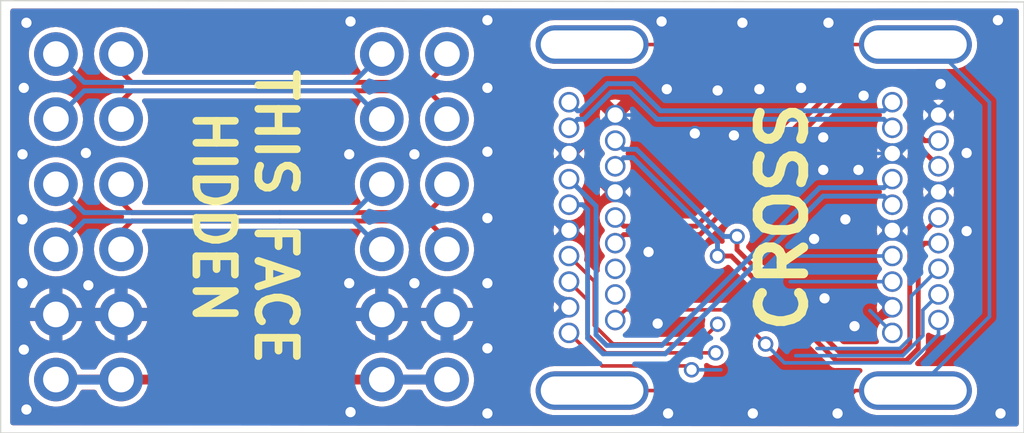
<source format=kicad_pcb>
(kicad_pcb (version 20211014) (generator pcbnew)
  (layers (0 "F.Cu" signal) (31 "B.Cu" signal) (34 "B.Paste" user) (35 "F.Paste" user) (36 "B.SilkS" user "B.Silkscreen") (37 "F.SilkS" user "F.Silkscreen") (38 "B.Mask" user) (39 "F.Mask" user) (44 "Edge.Cuts" user))
  (net 0 "")
  (net 1 "Net-(J2-PadSH)")
  (net 2 "unconnected-(J2-Pad19)")
  (net 3 "Net-(J2-Pad18)")
  (net 4 "unconnected-(J2-Pad16)")
  (net 5 "unconnected-(J2-Pad15)")
  (net 6 "unconnected-(J2-Pad14)")
  (net 7 "unconnected-(J2-Pad13)")
  (net 8 "/3V3")
  (net 9 "/GND")
  (net 10 "/p2_N")
  (net 11 "/p4_N")
  (net 12 "/p2_P")
  (net 13 "/p4_P")
  (net 14 "/p1_N")
  (net 15 "/p3_N")
  (net 16 "/p1_P")
  (net 17 "/p3_P")
  (net 18 "/CLK_N")
  (net 19 "/CLK_P")
  (net 20 "/D0_N")
  (net 21 "/D0_P")
  (net 22 "/D1_N")
  (net 23 "/D1_P")
  (net 24 "/D2_N")
  (net 25 "/D2_P")
  (net 26 "unconnected-(J4-Pad19)")
  (net 28 "unconnected-(J4-Pad15)")
  (net 30 "unconnected-(J4-Pad13)")
  (footprint "ymm:PinHeader_2x06_P2.54mm_Vertical" (layer "F.Cu") (at 22.352 17.520404)
    (fp_text reference "J1" hide)
    (fp_text value "Conn_02x06_Odd_Even" hide)
    (pad "1" thru_hole circle locked (at 0 0) (size 1.7 1.7) (drill 1) (layers *.Cu *.Mask) (net 17 "/p3_P"))
    (pad "2" thru_hole oval locked (at 2.54 0) (size 1.7 1.7) (drill 1) (layers *.Cu *.Mask) (net 16 "/p1_P"))
    (pad "3" thru_hole oval locked (at 0 2.54) (size 1.7 1.7) (drill 1) (layers *.Cu *.Mask) (net 15 "/p3_N"))
    (pad "4" thru_hole oval locked (at 2.54 2.54) (size 1.7 1.7) (drill 1) (layers *.Cu *.Mask) (net 14 "/p1_N"))
    (pad "5" thru_hole oval locked (at 0 5.08) (size 1.7 1.7) (drill 1) (layers *.Cu *.Mask) (net 13 "/p4_P"))
    (pad "6" thru_hole oval locked (at 2.54 5.08) (size 1.7 1.7) (drill 1) (layers *.Cu *.Mask) (net 12 "/p2_P"))
    (pad "7" thru_hole oval locked (at 0 7.62) (size 1.7 1.7) (drill 1) (layers *.Cu *.Mask) (net 11 "/p4_N"))
    (pad "8" thru_hole oval locked (at 2.54 7.62) (size 1.7 1.7) (drill 1) (layers *.Cu *.Mask) (net 10 "/p2_N"))
    (pad "9" thru_hole oval locked (at 0 10.16) (size 1.7 1.7) (drill 1) (layers *.Cu *.Mask) (net 9 "/GND"))
    (pad "10" thru_hole oval locked (at 2.54 10.16) (size 1.7 1.7) (drill 1) (layers *.Cu *.Mask) (net 9 "/GND"))
    (pad "11" thru_hole oval locked (at 0 12.7) (size 1.7 1.7) (drill 1) (layers *.Cu *.Mask) (net 8 "/3V3"))
    (pad "12" thru_hole oval locked (at 2.54 12.7) (size 1.7 1.7) (drill 1) (layers *.Cu *.Mask) (net 8 "/3V3"))
  )
  (footprint "ymm:PinHeader_2x06_P2.54mm_Vertical" (layer "F.Cu") (at 35.051996 17.5204)
    (fp_text reference "J3" hide)
    (fp_text value "Conn_02x06_Odd_Even" hide)
    (pad "1" thru_hole circle locked (at 0 0) (size 1.7 1.7) (drill 1) (layers *.Cu *.Mask) (net 17 "/p3_P"))
    (pad "2" thru_hole oval locked (at 2.54 0) (size 1.7 1.7) (drill 1) (layers *.Cu *.Mask) (net 16 "/p1_P"))
    (pad "3" thru_hole oval locked (at 0 2.54) (size 1.7 1.7) (drill 1) (layers *.Cu *.Mask) (net 15 "/p3_N"))
    (pad "4" thru_hole oval locked (at 2.54 2.54) (size 1.7 1.7) (drill 1) (layers *.Cu *.Mask) (net 14 "/p1_N"))
    (pad "5" thru_hole oval locked (at 0 5.08) (size 1.7 1.7) (drill 1) (layers *.Cu *.Mask) (net 13 "/p4_P"))
    (pad "6" thru_hole oval locked (at 2.54 5.08) (size 1.7 1.7) (drill 1) (layers *.Cu *.Mask) (net 12 "/p2_P"))
    (pad "7" thru_hole oval locked (at 0 7.62) (size 1.7 1.7) (drill 1) (layers *.Cu *.Mask) (net 11 "/p4_N"))
    (pad "8" thru_hole oval locked (at 2.54 7.62) (size 1.7 1.7) (drill 1) (layers *.Cu *.Mask) (net 10 "/p2_N"))
    (pad "9" thru_hole oval locked (at 0 10.16) (size 1.7 1.7) (drill 1) (layers *.Cu *.Mask) (net 9 "/GND"))
    (pad "10" thru_hole oval locked (at 2.54 10.16) (size 1.7 1.7) (drill 1) (layers *.Cu *.Mask) (net 9 "/GND"))
    (pad "11" thru_hole oval locked (at 0 12.7) (size 1.7 1.7) (drill 1) (layers *.Cu *.Mask) (net 8 "/3V3"))
    (pad "12" thru_hole oval locked (at 2.54 12.7) (size 1.7 1.7) (drill 1) (layers *.Cu *.Mask) (net 8 "/3V3"))
  )
  (footprint "ymm:HDMI_A_Kycon_KDMIX-SL1-NS-WS-B15_VerticalRightAngle" (layer "F.Cu") (at 54.9458 19.4 180)
    (fp_text reference "J2" hide)
    (fp_text value "HDMI_A" hide)
    (pad "1" thru_hole circle locked (at 0 0 180) (size 0.8 0.8) (drill 0.6) (layers *.Cu *.Mask) (net 25 "/D2_P"))
    (pad "2" thru_hole circle locked (at -1.8 -0.5 180) (size 0.8 0.8) (drill 0.6) (layers *.Cu *.Mask) (net 9 "/GND"))
    (pad "3" thru_hole circle locked (at 0 -1 180) (size 0.8 0.8) (drill 0.6) (layers *.Cu *.Mask) (net 24 "/D2_N"))
    (pad "4" thru_hole circle locked (at -1.8 -1.5 180) (size 0.8 0.8) (drill 0.6) (layers *.Cu *.Mask) (net 19 "/CLK_P"))
    (pad "5" thru_hole circle locked (at 0 -2 180) (size 0.8 0.8) (drill 0.6) (layers *.Cu *.Mask) (net 9 "/GND"))
    (pad "6" thru_hole circle locked (at -1.8 -2.5 180) (size 0.8 0.8) (drill 0.6) (layers *.Cu *.Mask) (net 18 "/CLK_N"))
    (pad "7" thru_hole circle locked (at 0 -3 180) (size 0.8 0.8) (drill 0.6) (layers *.Cu *.Mask) (net 21 "/D0_P"))
    (pad "8" thru_hole circle locked (at -1.8 -3.5 180) (size 0.8 0.8) (drill 0.6) (layers *.Cu *.Mask) (net 9 "/GND"))
    (pad "9" thru_hole circle locked (at 0 -4 180) (size 0.8 0.8) (drill 0.6) (layers *.Cu *.Mask) (net 20 "/D0_N"))
    (pad "10" thru_hole circle locked (at -1.8 -4.5 180) (size 0.8 0.8) (drill 0.6) (layers *.Cu *.Mask) (net 23 "/D1_P"))
    (pad "11" thru_hole circle locked (at 0 -5 180) (size 0.8 0.8) (drill 0.6) (layers *.Cu *.Mask) (net 9 "/GND"))
    (pad "12" thru_hole circle locked (at -1.8 -5.5 180) (size 0.8 0.8) (drill 0.6) (layers *.Cu *.Mask) (net 22 "/D1_N"))
    (pad "13" thru_hole circle locked (at 0 -6 180) (size 0.8 0.8) (drill 0.6) (layers *.Cu *.Mask) (net 7 "unconnected-(J2-Pad13)"))
    (pad "14" thru_hole circle locked (at -1.8 -6.5 180) (size 0.8 0.8) (drill 0.6) (layers *.Cu *.Mask) (net 6 "unconnected-(J2-Pad14)"))
    (pad "15" thru_hole circle locked (at 0 -7 180) (size 0.8 0.8) (drill 0.6) (layers *.Cu *.Mask) (net 5 "unconnected-(J2-Pad15)"))
    (pad "16" thru_hole circle locked (at -1.8 -7.5 180) (size 0.8 0.8) (drill 0.6) (layers *.Cu *.Mask) (net 4 "unconnected-(J2-Pad16)"))
    (pad "17" thru_hole circle locked (at 0 -8 180) (size 0.8 0.8) (drill 0.6) (layers *.Cu *.Mask) (net 9 "/GND"))
    (pad "18" thru_hole circle locked (at -1.8 -8.5 180) (size 0.8 0.8) (drill 0.6) (layers *.Cu *.Mask) (net 3 "Net-(J2-Pad18)"))
    (pad "19" thru_hole circle locked (at 0 -9 180) (size 0.8 0.8) (drill 0.6) (layers *.Cu *.Mask) (net 2 "unconnected-(J2-Pad19)"))
    (pad "SH" thru_hole oval locked (at -0.9 -11.25 180) (size 4.4 1.5) (drill oval 4 1.1) (layers *.Cu *.Mask) (net 1 "Net-(J2-PadSH)"))
    (pad "SH" thru_hole oval locked (at -0.9 2.25 180) (size 4.4 1.5) (drill oval 4 1.1) (layers *.Cu *.Mask) (net 1 "Net-(J2-PadSH)"))
  )
  (footprint "ymm:HDMI_A_Kycon_KDMIX-SL1-NS-WS-B15_VerticalRightAngle" (layer "F.Cu") (at 42.3474 19.4 180)
    (fp_text reference "J4" hide)
    (fp_text value "HDMI_A" hide)
    (pad "1" thru_hole circle locked (at 0 0 180) (size 0.8 0.8) (drill 0.6) (layers *.Cu *.Mask) (net 25 "/D2_P"))
    (pad "2" thru_hole circle locked (at -1.8 -0.5 180) (size 0.8 0.8) (drill 0.6) (layers *.Cu *.Mask) (net 9 "/GND"))
    (pad "3" thru_hole circle locked (at 0 -1 180) (size 0.8 0.8) (drill 0.6) (layers *.Cu *.Mask) (net 24 "/D2_N"))
    (pad "4" thru_hole circle locked (at -1.8 -1.5 180) (size 0.8 0.8) (drill 0.6) (layers *.Cu *.Mask) (net 23 "/D1_P"))
    (pad "5" thru_hole circle locked (at 0 -2 180) (size 0.8 0.8) (drill 0.6) (layers *.Cu *.Mask) (net 9 "/GND"))
    (pad "6" thru_hole circle locked (at -1.8 -2.5 180) (size 0.8 0.8) (drill 0.6) (layers *.Cu *.Mask) (net 22 "/D1_N"))
    (pad "7" thru_hole circle locked (at 0 -3 180) (size 0.8 0.8) (drill 0.6) (layers *.Cu *.Mask) (net 21 "/D0_P"))
    (pad "8" thru_hole circle locked (at -1.8 -3.5 180) (size 0.8 0.8) (drill 0.6) (layers *.Cu *.Mask) (net 9 "/GND"))
    (pad "9" thru_hole circle locked (at 0 -4 180) (size 0.8 0.8) (drill 0.6) (layers *.Cu *.Mask) (net 20 "/D0_N"))
    (pad "10" thru_hole circle locked (at -1.8 -4.5 180) (size 0.8 0.8) (drill 0.6) (layers *.Cu *.Mask) (net 19 "/CLK_P"))
    (pad "11" thru_hole circle locked (at 0 -5 180) (size 0.8 0.8) (drill 0.6) (layers *.Cu *.Mask) (net 9 "/GND"))
    (pad "12" thru_hole circle locked (at -1.8 -5.5 180) (size 0.8 0.8) (drill 0.6) (layers *.Cu *.Mask) (net 18 "/CLK_N"))
    (pad "13" thru_hole circle locked (at 0 -6 180) (size 0.8 0.8) (drill 0.6) (layers *.Cu *.Mask) (net 30 "unconnected-(J4-Pad13)"))
    (pad "14" thru_hole circle locked (at -1.8 -6.5 180) (size 0.8 0.8) (drill 0.6) (layers *.Cu *.Mask))
    (pad "15" thru_hole circle locked (at 0 -7 180) (size 0.8 0.8) (drill 0.6) (layers *.Cu *.Mask) (net 28 "unconnected-(J4-Pad15)"))
    (pad "16" thru_hole circle locked (at -1.8 -7.5 180) (size 0.8 0.8) (drill 0.6) (layers *.Cu *.Mask))
    (pad "17" thru_hole circle locked (at 0 -8 180) (size 0.8 0.8) (drill 0.6) (layers *.Cu *.Mask) (net 9 "/GND"))
    (pad "18" thru_hole circle locked (at -1.8 -8.5 180) (size 0.8 0.8) (drill 0.6) (layers *.Cu *.Mask) (net 3 "Net-(J2-Pad18)"))
    (pad "19" thru_hole circle locked (at 0 -9 180) (size 0.8 0.8) (drill 0.6) (layers *.Cu *.Mask) (net 26 "unconnected-(J4-Pad19)"))
    (pad "SH" thru_hole oval locked (at -0.9 2.25 180) (size 4.4 1.5) (drill oval 4 1.1) (layers *.Cu *.Mask) (net 1 "Net-(J2-PadSH)"))
    (pad "SH" thru_hole oval locked (at -0.9 -11.25 180) (size 4.4 1.5) (drill oval 4 1.1) (layers *.Cu *.Mask) (net 1 "Net-(J2-PadSH)"))
  )
  (gr_line (start 20.198588 32.303212) (end 20.198588 15.437599) (layer "Edge.Cuts") (width 0.05))
  (gr_line (start 60.076588 32.303212) (end 20.198588 32.303212) (layer "Edge.Cuts") (width 0.05))
  (gr_line (start 60.0766 15.4884) (end 60.0766 32.3032) (layer "Edge.Cuts") (width 0.05))
  (gr_line (start 20.198588 15.437599) (end 60.076588 15.488399) (layer "Edge.Cuts") (width 0.05))
  (gr_text "THIS FACE\nHIDDEN" (at 29.712396 23.876 270) (layer "F.SilkS") (effects (font (size 1.5 1.5) (thickness 0.3))))
  (gr_text "CROSS" (at 50.673 23.876 90) (layer "F.SilkS") (effects (font (size 1.778 1.778) (thickness 0.381))))
  (segment (start 53.426147 30.729953) (end 53.5061 30.65) (width 0.1397) (layer "F.Cu") (net 1))
  (segment (start 48.275015 30.729953) (end 53.426147 30.729953) (width 0.1397) (layer "F.Cu") (net 1))
  (segment (start 53.5061 30.65) (end 55.8458 30.65) (width 0.1397) (layer "F.Cu") (net 1))
  (segment (start 43.2474 17.15) (end 55.8458 17.15) (width 0.1397) (layer "F.Cu") (net 1))
  (segment (start 43.2474 30.65) (end 48.195062 30.65) (width 0.1397) (layer "F.Cu") (net 1))
  (segment (start 48.195062 30.65) (end 48.275015 30.729953) (width 0.1397) (layer "F.Cu") (net 1))
  (segment (start 58.7304 27.7654) (end 55.8458 30.65) (width 0.1397) (layer "B.Cu") (net 1))
  (segment (start 55.8458 17.15) (end 56.4804 17.15) (width 0.1397) (layer "B.Cu") (net 1))
  (segment (start 58.7304 19.4) (end 58.7304 27.7654) (width 0.1397) (layer "B.Cu") (net 1))
  (segment (start 55.8458 17.15) (end 55.8458 17.4044) (width 0.1397) (layer "B.Cu") (net 1))
  (segment (start 56.4804 17.15) (end 58.7304 19.4) (width 0.1397) (layer "B.Cu") (net 1))
  (segment (start 54.9458 28.4) (end 54.072249 27.526449) (width 0.1397) (layer "B.Cu") (net 2))
  (segment (start 50.008459 28.834701) (end 48.673759 27.500001) (width 0.1397) (layer "F.Cu") (net 3))
  (segment (start 44.547399 27.500001) (end 48.673759 27.500001) (width 0.1397) (layer "F.Cu") (net 3))
  (segment (start 44.1474 27.9) (end 44.547399 27.500001) (width 0.1397) (layer "F.Cu") (net 3))
  (via (at 50.008459 28.834701) (size 0.6) (drill 0.4) (layers "F.Cu" "B.Cu") (net 3))
  (segment (start 50.742129 29.568371) (end 50.008459 28.834701) (width 0.1397) (layer "B.Cu") (net 3))
  (segment (start 56.7458 28.465685) (end 55.643114 29.568371) (width 0.1397) (layer "B.Cu") (net 3))
  (segment (start 55.643114 29.568371) (end 50.742129 29.568371) (width 0.1397) (layer "B.Cu") (net 3))
  (segment (start 56.7458 27.9) (end 56.7458 28.465685) (width 0.1397) (layer "B.Cu") (net 3))
  (segment (start 56.136249 28.506832) (end 55.35412 29.288961) (width 0.1397) (layer "B.Cu") (net 4))
  (segment (start 56.7458 26.9) (end 56.136249 27.509551) (width 0.1397) (layer "B.Cu") (net 4))
  (segment (start 56.136249 27.509551) (end 56.136249 28.506832) (width 0.1397) (layer "B.Cu") (net 4))
  (segment (start 55.35412 29.288961) (end 51.183347 29.288961) (width 0.1397) (layer "B.Cu") (net 4))
  (segment (start 54.9458 26.4) (end 50.9684 26.4) (width 0.1397) (layer "B.Cu") (net 5))
  (segment (start 55.238385 29.00955) (end 52.00775 29.00955) (width 0.1397) (layer "B.Cu") (net 6))
  (segment (start 55.6824 28.565535) (end 55.238385 29.00955) (width 0.1397) (layer "B.Cu") (net 6))
  (segment (start 55.6824 26.9634) (end 55.6824 28.565535) (width 0.1397) (layer "B.Cu") (net 6))
  (segment (start 56.7458 25.9) (end 55.6824 26.9634) (width 0.1397) (layer "B.Cu") (net 6))
  (segment (start 54.9458 25.4) (end 50.8 25.4) (width 0.1397) (layer "B.Cu") (net 7))
  (segment (start 29.971996 30.2204) (end 37.591996 30.2204) (width 0.381) (layer "F.Cu") (net 8))
  (segment (start 29.971996 30.2204) (end 29.971992 30.220404) (width 0.381) (layer "F.Cu") (net 8))
  (segment (start 29.971992 30.220404) (end 22.352 30.220404) (width 0.381) (layer "F.Cu") (net 8))
  (segment (start 35.051996 30.2204) (end 37.591996 30.2204) (width 0.381) (layer "B.Cu") (net 8))
  (segment (start 22.346396 30.226) (end 24.886396 30.226) (width 0.381) (layer "B.Cu") (net 8))
  (segment (start 29.971996 27.6804) (end 29.971992 27.680404) (width 0.381) (layer "F.Cu") (net 9))
  (segment (start 42.3474 24.4) (end 41.656 25.0914) (width 0.1397) (layer "F.Cu") (net 9))
  (segment (start 29.971996 27.6804) (end 37.591996 27.6804) (width 0.381) (layer "F.Cu") (net 9))
  (segment (start 29.971992 27.680404) (end 22.352 27.680404) (width 0.381) (layer "F.Cu") (net 9))
  (segment (start 54.229 26.6832) (end 54.9458 27.4) (width 0.1397) (layer "F.Cu") (net 9))
  (segment (start 54.229 25.1168) (end 54.229 26.6832) (width 0.1397) (layer "F.Cu") (net 9))
  (segment (start 44.1474 19.9) (end 42.6474 21.4) (width 0.1397) (layer "F.Cu") (net 9))
  (segment (start 41.656 25.0914) (end 41.656 26.7086) (width 0.1397) (layer "F.Cu") (net 9))
  (segment (start 41.656 26.7086) (end 42.3474 27.4) (width 0.1397) (layer "F.Cu") (net 9))
  (segment (start 42.6474 21.4) (end 42.3474 21.4) (width 0.1397) (layer "F.Cu") (net 9))
  (segment (start 54.9458 24.4) (end 54.229 25.1168) (width 0.1397) (layer "F.Cu") (net 9))
  (segment (start 42.3474 21.4) (end 43.8474 22.9) (width 0.1397) (layer "F.Cu") (net 9))
  (segment (start 43.8474 22.9) (end 44.1474 22.9) (width 0.1397) (layer "F.Cu") (net 9))
  (segment (start 42.3474 24.4) (end 43.8474 22.9) (width 0.1397) (layer "F.Cu") (net 9))
  (via (at 39.166796 26.4612) (size 0.6) (drill 0.4) (layers "F.Cu" "B.Cu") (net 9))
  (via (at 47.2496 20.6192) (size 0.6) (drill 0.4) (layers "F.Cu" "B.Cu") (net 9))
  (via (at 52.2534 22.0416) (size 0.6) (drill 0.4) (layers "F.Cu" "B.Cu") (net 9))
  (via (at 36.321996 26.4612) (size 0.6) (drill 0.4) (layers "F.Cu" "B.Cu") (net 9))
  (via (at 57.8414 24.4292) (size 0.6) (drill 0.4) (layers "F.Cu" "B.Cu") (net 9))
  (via (at 49.1038 16.3012) (size 0.6) (drill 0.4) (layers "F.Cu" "B.Cu") (net 9))
  (via (at 23.521146 21.3812) (size 0.6) (drill 0.4) (layers "F.Cu" "B.Cu") (net 9))
  (via (at 52.4566 16.3012) (size 0.6) (drill 0.4) (layers "F.Cu" "B.Cu") (net 9))
  (via (at 52.3042 27.051) (size 0.6) (drill 0.4) (layers "F.Cu" "B.Cu") (net 9))
  (via (at 59.0606 16.1996) (size 0.6) (drill 0.4) (layers "F.Cu" "B.Cu") (net 9))
  (via (at 39.166796 29.0012) (size 0.6) (drill 0.4) (layers "F.Cu" "B.Cu") (net 9))
  (via (at 21.101796 18.8412) (size 0.6) (drill 0.4) (layers "F.Cu" "B.Cu") (net 9))
  (via (at 33.781996 21.432) (size 0.6) (drill 0.4) (layers "F.Cu" "B.Cu") (net 9))
  (via (at 21.101796 29.052) (size 0.6) (drill 0.4) (layers "F.Cu" "B.Cu") (net 9))
  (via (at 46.1574 18.892) (size 0.6) (drill 0.4) (layers "F.Cu" "B.Cu") (net 9))
  (via (at 51.8978 24.734) (size 0.6) (drill 0.4) (layers "F.Cu" "B.Cu") (net 9))
  (via (at 48.7736 20.6954) (size 0.6) (drill 0.4) (layers "F.Cu" "B.Cu") (net 9))
  (via (at 39.166796 31.5412) (size 0.6) (drill 0.4) (layers "F.Cu" "B.Cu") (net 9))
  (via (at 21.203396 31.3888) (size 0.6) (drill 0.4) (layers "F.Cu" "B.Cu") (net 9))
  (via (at 33.832796 31.4904) (size 0.6) (drill 0.4) (layers "F.Cu" "B.Cu") (net 9))
  (via (at 51.3898 18.8412) (size 0.6) (drill 0.4) (layers "F.Cu" "B.Cu") (net 9))
  (via (at 53.4726 28.1376) (size 0.6) (drill 0.4) (layers "F.Cu" "B.Cu") (net 9))
  (via (at 39.166796 18.8412) (size 0.6) (drill 0.4) (layers "F.Cu" "B.Cu") (net 9))
  (via (at 52.2534 20.7716) (size 0.6) (drill 0.4) (layers "F.Cu" "B.Cu") (net 9))
  (via (at 21.050996 21.432) (size 0.6) (drill 0.4) (layers "F.Cu" "B.Cu") (net 9))
  (via (at 39.166796 16.1996) (size 0.6) (drill 0.4) (layers "F.Cu" "B.Cu") (net 9))
  (via (at 49.5102 31.5412) (size 0.6) (drill 0.4) (layers "F.Cu" "B.Cu") (net 9))
  (via (at 57.8414 21.3812) (size 0.6) (drill 0.4) (layers "F.Cu" "B.Cu") (net 9))
  (via (at 49.7642 18.892) (size 0.6) (drill 0.4) (layers "F.Cu" "B.Cu") (net 9))
  (via (at 36.321996 21.432) (size 0.6) (drill 0.4) (layers "F.Cu" "B.Cu") (net 9))
  (via (at 46.2082 31.5412) (size 0.6) (drill 0.4) (layers "F.Cu" "B.Cu") (net 9))
  (via (at 53.117 23.972) (size 0.6) (drill 0.4) (layers "F.Cu" "B.Cu") (net 9))
  (via (at 39.166796 21.3304) (size 0.6) (drill 0.4) (layers "F.Cu" "B.Cu") (net 9))
  (via (at 53.8282 19.146) (size 0.6) (drill 0.4) (layers "F.Cu" "B.Cu") (net 9))
  (via (at 52.8122 31.5412) (size 0.6) (drill 0.4) (layers "F.Cu" "B.Cu") (net 9))
  (via (at 53.625 22.0416) (size 0.6) (drill 0.4) (layers "F.Cu" "B.Cu") (net 9))
  (via (at 45.8018 28.036) (size 0.6) (drill 0.4) (layers "F.Cu" "B.Cu") (net 9))
  (via (at 23.616396 26.543) (size 0.6) (drill 0.4) (layers "F.Cu" "B.Cu") (net 9))
  (via (at 21.050996 23.972) (size 0.6) (drill 0.4) (layers "F.Cu" "B.Cu") (net 9))
  (via (at 33.832796 16.2504) (size 0.6) (drill 0.4) (layers "F.Cu" "B.Cu") (net 9))
  (via (at 59.1622 31.5412) (size 0.6) (drill 0.4) (layers "F.Cu" "B.Cu") (net 9))
  (via (at 56.8254 18.6888) (size 0.6) (drill 0.4) (layers "F.Cu" "B.Cu") (net 9))
  (via (at 21.203396 16.3012) (size 0.6) (drill 0.4) (layers "F.Cu" "B.Cu") (net 9))
  (via (at 21.050996 26.4612) (size 0.6) (drill 0.4) (layers "F.Cu" "B.Cu") (net 9))
  (via (at 45.9542 16.2504) (size 0.6) (drill 0.4) (layers "F.Cu" "B.Cu") (net 9))
  (via (at 39.166796 23.9212) (size 0.6) (drill 0.4) (layers "F.Cu" "B.Cu") (net 9))
  (via (at 45.4462 25.242) (size 0.6) (drill 0.4) (layers "F.Cu" "B.Cu") (net 9))
  (via (at 33.781996 26.4612) (size 0.6) (drill 0.4) (layers "F.Cu" "B.Cu") (net 9))
  (via (at 48.1386 18.9428) (size 0.6) (drill 0.4) (layers "F.Cu" "B.Cu") (net 9))
  (segment (start 55.2458 21.4) (end 54.9458 21.4) (width 0.1397) (layer "B.Cu") (net 9))
  (segment (start 56.7458 22.9) (end 55.2458 24.4) (width 0.1397) (layer "B.Cu") (net 9))
  (segment (start 22.346396 27.686) (end 24.886396 27.686) (width 0.381) (layer "B.Cu") (net 9))
  (segment (start 35.051996 27.6804) (end 37.591996 27.6804) (width 0.381) (layer "B.Cu") (net 9))
  (segment (start 54.9458 21.4) (end 46.4302 21.4) (width 0.1397) (layer "B.Cu") (net 9))
  (segment (start 55.2458 24.4) (end 54.9458 24.4) (width 0.1397) (layer "B.Cu") (net 9))
  (segment (start 56.7458 19.9) (end 55.2458 21.4) (width 0.1397) (layer "B.Cu") (net 9))
  (segment (start 44.9302 19.9) (end 44.1474 19.9) (width 0.1397) (layer "B.Cu") (net 9))
  (segment (start 56.4458 22.9) (end 56.7458 22.9) (width 0.1397) (layer "B.Cu") (net 9))
  (segment (start 46.4302 21.4) (end 44.9302 19.9) (width 0.1397) (layer "B.Cu") (net 9))
  (segment (start 54.9458 21.4) (end 56.4458 22.9) (width 0.1397) (layer "B.Cu") (net 9))
  (segment (start 24.841946 25.1404) (end 24.841946 24.5054) (width 0.1905) (layer "F.Cu") (net 10))
  (segment (start 25.311846 24.0355) (end 36.843446 24.0355) (width 0.1905) (layer "F.Cu") (net 10))
  (segment (start 24.841946 24.5054) (end 25.311846 24.0355) (width 0.1905) (layer "F.Cu") (net 10))
  (segment (start 37.567346 24.7594) (end 37.567346 25.1404) (width 0.1905) (layer "F.Cu") (net 10))
  (segment (start 36.843446 24.0355) (end 37.567346 24.7594) (width 0.1905) (layer "F.Cu") (net 10))
  (segment (start 31.076892 24.035504) (end 23.4569 24.035504) (width 0.1905) (layer "B.Cu") (net 11))
  (segment (start 23.4569 24.035504) (end 22.352 25.140404) (width 0.1905) (layer "B.Cu") (net 11))
  (segment (start 31.076896 24.0355) (end 31.076892 24.035504) (width 0.1905) (layer "B.Cu") (net 11))
  (segment (start 33.947096 24.0355) (end 35.051996 25.1404) (width 0.1905) (layer "B.Cu") (net 11))
  (segment (start 31.076896 24.0355) (end 33.947096 24.0355) (width 0.1905) (layer "B.Cu") (net 11))
  (segment (start 24.841946 22.6004) (end 24.841946 23.2354) (width 0.1905) (layer "F.Cu") (net 12))
  (segment (start 24.841946 23.2354) (end 25.311846 23.7053) (width 0.1905) (layer "F.Cu") (net 12))
  (segment (start 37.567346 22.9814) (end 37.567346 22.6004) (width 0.1905) (layer "F.Cu") (net 12))
  (segment (start 25.311846 23.7053) (end 36.843446 23.7053) (width 0.1905) (layer "F.Cu") (net 12))
  (segment (start 36.843446 23.7053) (end 37.567346 22.9814) (width 0.1905) (layer "F.Cu") (net 12))
  (segment (start 23.4569 23.705304) (end 22.352 22.600404) (width 0.1905) (layer "B.Cu") (net 13))
  (segment (start 31.076896 23.7053) (end 31.076892 23.705304) (width 0.1905) (layer "B.Cu") (net 13))
  (segment (start 31.076892 23.705304) (end 23.4569 23.705304) (width 0.1905) (layer "B.Cu") (net 13))
  (segment (start 31.076896 23.7053) (end 33.947096 23.7053) (width 0.1905) (layer "B.Cu") (net 13))
  (segment (start 33.947096 23.7053) (end 35.051996 22.6004) (width 0.1905) (layer "B.Cu") (net 13))
  (segment (start 25.311846 18.9555) (end 36.862496 18.9555) (width 0.1905) (layer "F.Cu") (net 14))
  (segment (start 24.841946 20.0604) (end 24.841946 19.4254) (width 0.1905) (layer "F.Cu") (net 14))
  (segment (start 24.841946 19.4254) (end 25.311846 18.9555) (width 0.1905) (layer "F.Cu") (net 14))
  (segment (start 36.862496 18.9555) (end 37.586396 19.6794) (width 0.1905) (layer "F.Cu") (net 14))
  (segment (start 37.586396 19.6794) (end 37.586396 20.0604) (width 0.1905) (layer "F.Cu") (net 14))
  (segment (start 23.4569 18.955504) (end 22.352 20.060404) (width 0.1905) (layer "B.Cu") (net 15))
  (segment (start 33.947096 18.9555) (end 35.051996 20.0604) (width 0.1905) (layer "B.Cu") (net 15))
  (segment (start 31.076896 18.9555) (end 33.947096 18.9555) (width 0.1905) (layer "B.Cu") (net 15))
  (segment (start 31.076896 18.9555) (end 31.076892 18.955504) (width 0.1905) (layer "B.Cu") (net 15))
  (segment (start 31.076892 18.955504) (end 23.4569 18.955504) (width 0.1905) (layer "B.Cu") (net 15))
  (segment (start 24.841946 17.5204) (end 24.841946 18.1554) (width 0.1905) (layer "F.Cu") (net 16))
  (segment (start 24.841946 18.1554) (end 25.311846 18.6253) (width 0.1905) (layer "F.Cu") (net 16))
  (segment (start 25.311846 18.6253) (end 36.862496 18.6253) (width 0.1905) (layer "F.Cu") (net 16))
  (segment (start 37.586396 17.9014) (end 37.586396 17.5204) (width 0.1905) (layer "F.Cu") (net 16))
  (segment (start 36.862496 18.6253) (end 37.586396 17.9014) (width 0.1905) (layer "F.Cu") (net 16))
  (segment (start 31.076892 18.625304) (end 23.4569 18.625304) (width 0.1905) (layer "B.Cu") (net 17))
  (segment (start 33.947096 18.6253) (end 35.051996 17.5204) (width 0.1905) (layer "B.Cu") (net 17))
  (segment (start 31.076896 18.6253) (end 33.947096 18.6253) (width 0.1905) (layer "B.Cu") (net 17))
  (segment (start 31.076896 18.6253) (end 31.076892 18.625304) (width 0.1905) (layer "B.Cu") (net 17))
  (segment (start 23.4569 18.625304) (end 22.352 17.520404) (width 0.1905) (layer "B.Cu") (net 17))
  (segment (start 53.464788 18.5491) (end 55.233012 18.5491) (width 0.1905) (layer "F.Cu") (net 18))
  (segment (start 55.626 20.7802) (end 56.7458 21.9) (width 0.1905) (layer "F.Cu") (net 18))
  (segment (start 44.1474 24.9) (end 44.4823 24.5651) (width 0.1905) (layer "F.Cu") (net 18))
  (segment (start 55.626 18.942088) (end 55.626 20.7802) (width 0.1905) (layer "F.Cu") (net 18))
  (segment (start 55.233012 18.5491) (end 55.626 18.942088) (width 0.1905) (layer "F.Cu") (net 18))
  (segment (start 44.4823 24.5651) (end 47.448788 24.5651) (width 0.1905) (layer "F.Cu") (net 18))
  (segment (start 47.448788 24.5651) (end 53.464788 18.5491) (width 0.1905) (layer "F.Cu") (net 18))
  (segment (start 55.95572 18.804832) (end 55.95572 20.642946) (width 0.1905) (layer "F.Cu") (net 19))
  (segment (start 44.1474 23.9) (end 44.4823 24.2349) (width 0.1905) (layer "F.Cu") (net 19))
  (segment (start 44.4823 24.2349) (end 47.312012 24.2349) (width 0.1905) (layer "F.Cu") (net 19))
  (segment (start 55.369788 18.2189) (end 55.95572 18.804832) (width 0.1905) (layer "F.Cu") (net 19))
  (segment (start 55.95572 20.642946) (end 56.212774 20.9) (width 0.1905) (layer "F.Cu") (net 19))
  (segment (start 56.212774 20.9) (end 56.7458 20.9) (width 0.1905) (layer "F.Cu") (net 19))
  (segment (start 47.312012 24.2349) (end 53.328012 18.2189) (width 0.1905) (layer "F.Cu") (net 19))
  (segment (start 53.328012 18.2189) (end 55.369788 18.2189) (width 0.1905) (layer "F.Cu") (net 19))
  (segment (start 42.880426 23.4) (end 43.0713 23.590874) (width 0.1905) (layer "B.Cu") (net 20))
  (segment (start 52.250788 23.0651) (end 54.6109 23.0651) (width 0.1905) (layer "B.Cu") (net 20))
  (segment (start 43.0713 28.612388) (end 43.676012 29.2171) (width 0.1905) (layer "B.Cu") (net 20))
  (segment (start 43.0713 23.590874) (end 43.0713 28.612388) (width 0.1905) (layer "B.Cu") (net 20))
  (segment (start 43.676012 29.2171) (end 46.098788 29.2171) (width 0.1905) (layer "B.Cu") (net 20))
  (segment (start 42.3474 23.4) (end 42.880426 23.4) (width 0.1905) (layer "B.Cu") (net 20))
  (segment (start 54.6109 23.0651) (end 54.9458 23.4) (width 0.1905) (layer "B.Cu") (net 20))
  (segment (start 46.098788 29.2171) (end 52.250788 23.0651) (width 0.1905) (layer "B.Cu") (net 20))
  (segment (start 52.114012 22.7349) (end 54.6109 22.7349) (width 0.1905) (layer "B.Cu") (net 21))
  (segment (start 42.3474 22.4) (end 43.4015 23.4541) (width 0.1905) (layer "B.Cu") (net 21))
  (segment (start 45.962012 28.8869) (end 52.114012 22.7349) (width 0.1905) (layer "B.Cu") (net 21))
  (segment (start 43.4015 23.4541) (end 43.4015 28.475612) (width 0.1905) (layer "B.Cu") (net 21))
  (segment (start 43.812788 28.8869) (end 45.962012 28.8869) (width 0.1905) (layer "B.Cu") (net 21))
  (segment (start 54.6109 22.7349) (end 54.9458 22.4) (width 0.1905) (layer "B.Cu") (net 21))
  (segment (start 43.4015 28.475612) (end 43.812788 28.8869) (width 0.1905) (layer "B.Cu") (net 21))
  (segment (start 55.95572 29.00728) (end 55.95572 25.157054) (width 0.1905) (layer "F.Cu") (net 22))
  (segment (start 48.672713 25.4) (end 52.743813 29.4711) (width 0.1905) (layer "F.Cu") (net 22))
  (segment (start 55.491901 29.471099) (end 55.95572 29.00728) (width 0.1905) (layer "F.Cu") (net 22))
  (segment (start 48.133 25.4) (end 48.672713 25.4) (width 0.1905) (layer "F.Cu") (net 22))
  (segment (start 55.95572 25.157054) (end 56.212774 24.9) (width 0.1905) (layer "F.Cu") (net 22))
  (segment (start 52.743813 29.4711) (end 55.491901 29.471099) (width 0.1905) (layer "F.Cu") (net 22))
  (segment (start 56.212774 24.9) (end 56.7458 24.9) (width 0.1905) (layer "F.Cu") (net 22))
  (via (at 48.133 25.4) (size 0.6) (drill 0.4) (layers "F.Cu" "B.Cu") (net 22))
  (segment (start 48.133 25.4) (end 48.133 24.860287) (width 0.1905) (layer "B.Cu") (net 22))
  (segment (start 44.837809 21.565096) (end 44.482295 21.565096) (width 0.1905) (layer "B.Cu") (net 22))
  (segment (start 48.133 24.860287) (end 44.837809 21.565096) (width 0.1905) (layer "B.Cu") (net 22))
  (segment (start 44.482295 21.565096) (end 44.147396 21.899995) (width 0.1905) (layer "B.Cu") (net 22))
  (segment (start 48.895 25.155313) (end 52.881067 29.14138) (width 0.1905) (layer "F.Cu") (net 23))
  (segment (start 48.895 24.638) (end 48.895 25.155313) (width 0.1905) (layer "F.Cu") (net 23))
  (segment (start 55.626 28.870706) (end 55.626 25.0198) (width 0.1905) (layer "F.Cu") (net 23))
  (segment (start 52.881067 29.14138) (end 55.355326 29.14138) (width 0.1905) (layer "F.Cu") (net 23))
  (segment (start 55.355326 29.14138) (end 55.626 28.870706) (width 0.1905) (layer "F.Cu") (net 23))
  (segment (start 55.626 25.0198) (end 56.7458 23.9) (width 0.1905) (layer "F.Cu") (net 23))
  (via (at 48.895 24.638) (size 0.6) (drill 0.4) (layers "F.Cu" "B.Cu") (net 23))
  (segment (start 48.895 24.638) (end 48.377687 24.638) (width 0.1905) (layer "B.Cu") (net 23))
  (segment (start 44.974583 21.234896) (end 44.482295 21.234896) (width 0.1905) (layer "B.Cu") (net 23))
  (segment (start 44.482295 21.234896) (end 44.147396 20.899997) (width 0.1905) (layer "B.Cu") (net 23))
  (segment (start 48.377687 24.638) (end 44.974583 21.234896) (width 0.1905) (layer "B.Cu") (net 23))
  (segment (start 44.717412 19.0063) (end 43.990588 19.0063) (width 0.1905) (layer "B.Cu") (net 24))
  (segment (start 54.9458 20.4) (end 54.6109 20.0651) (width 0.1905) (layer "B.Cu") (net 24))
  (segment (start 42.931788 20.0651) (end 42.6823 20.0651) (width 0.1905) (layer "B.Cu") (net 24))
  (segment (start 54.6109 20.0651) (end 45.776212 20.0651) (width 0.1905) (layer "B.Cu") (net 24))
  (segment (start 43.990588 19.0063) (end 42.931788 20.0651) (width 0.1905) (layer "B.Cu") (net 24))
  (segment (start 45.776212 20.0651) (end 44.717412 19.0063) (width 0.1905) (layer "B.Cu") (net 24))
  (segment (start 42.6823 20.0651) (end 42.3474 20.4) (width 0.1905) (layer "B.Cu") (net 24))
  (segment (start 43.853812 18.6761) (end 42.795012 19.7349) (width 0.1905) (layer "B.Cu") (net 25))
  (segment (start 45.912988 19.7349) (end 44.854188 18.6761) (width 0.1905) (layer "B.Cu") (net 25))
  (segment (start 54.9458 19.4) (end 54.6109 19.7349) (width 0.1905) (layer "B.Cu") (net 25))
  (segment (start 42.795012 19.7349) (end 42.6823 19.7349) (width 0.1905) (layer "B.Cu") (net 25))
  (segment (start 42.6823 19.7349) (end 42.3474 19.4) (width 0.1905) (layer "B.Cu") (net 25))
  (segment (start 54.6109 19.7349) (end 45.912988 19.7349) (width 0.1905) (layer "B.Cu") (net 25))
  (segment (start 44.854188 18.6761) (end 43.853812 18.6761) (width 0.1905) (layer "B.Cu") (net 25))
  (segment (start 46.971751 29.688551) (end 47.1226 29.8394) (width 0.1397) (layer "F.Cu") (net 26))
  (segment (start 42.3474 28.4) (end 43.635951 29.688551) (width 0.1397) (layer "F.Cu") (net 26))
  (segment (start 43.635951 29.688551) (end 46.971751 29.688551) (width 0.1397) (layer "F.Cu") (net 26))
  (via (at 47.1226 29.8394) (size 0.6) (drill 0.4) (layers "F.Cu" "B.Cu") (net 26))
  (segment (start 48.2656 29.8394) (end 47.1226 29.8394) (width 0.1397) (layer "B.Cu") (net 26))
  (segment (start 43.053 27.1056) (end 43.053 28.448) (width 0.1397) (layer "F.Cu") (net 28))
  (segment (start 42.3474 26.4) (end 43.053 27.1056) (width 0.1397) (layer "F.Cu") (net 28))
  (segment (start 43.784 29.179) (end 48.0624 29.179) (width 0.1397) (layer "F.Cu") (net 28))
  (segment (start 43.053 28.448) (end 43.784 29.179) (width 0.1397) (layer "F.Cu") (net 28))
  (via (at 48.0624 29.179) (size 0.6) (drill 0.4) (layers "F.Cu" "B.Cu") (net 28))
  (segment (start 48.1894 29.179) (end 48.0624 29.179) (width 0.1397) (layer "B.Cu") (net 28))
  (segment (start 42.3474 25.4) (end 43.33192 26.38452) (width 0.1397) (layer "F.Cu") (net 30))
  (segment (start 47.371 28.829) (end 48.1386 28.0614) (width 0.1397) (layer "F.Cu") (net 30))
  (segment (start 43.33192 28.103824) (end 44.057096 28.829) (width 0.1397) (layer "F.Cu") (net 30))
  (segment (start 44.057096 28.829) (end 47.371 28.829) (width 0.1397) (layer "F.Cu") (net 30))
  (segment (start 43.33192 26.38452) (end 43.33192 28.103824) (width 0.1397) (layer "F.Cu") (net 30))
  (via (at 48.1386 28.0614) (size 0.6) (drill 0.4) (layers "F.Cu" "B.Cu") (net 30))
  (zone (net 9) (net_name "/GND") (layer "F.Cu") (connect_pads thru_hole_only (clearance 0.2032)) (min_thickness 0.2032) (fill yes (thermal_gap 0.2032) (thermal_bridge_width 0.508))
    (polygon (pts (xy 59.9242 32.0492) (xy 20.574 32.004) (xy 20.574 15.7424) (xy 59.9242 15.7424)))
  )
  (zone (net 9) (net_name "/GND") (layer "B.Cu") (connect_pads thru_hole_only (clearance 0.2032)) (min_thickness 0.2032) (fill yes (thermal_gap 0.2032) (thermal_bridge_width 0.508))
    (polygon (pts (xy 59.9242 32.0492) (xy 20.574 32.004) (xy 20.574 15.748) (xy 59.9242 15.7424)))
  )
)
</source>
